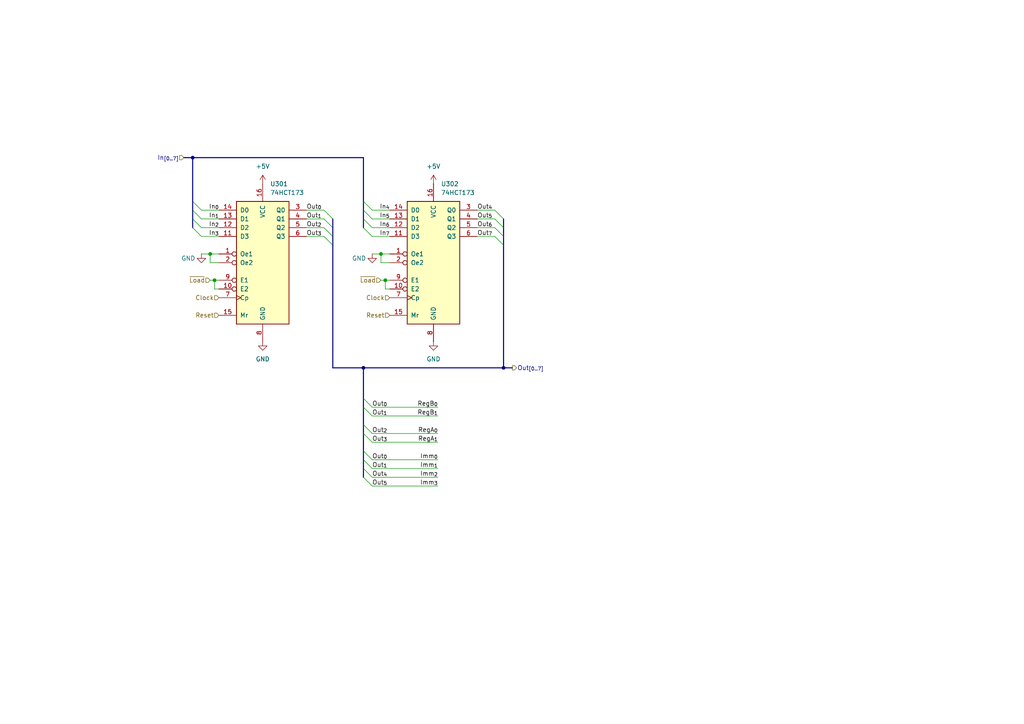
<source format=kicad_sch>
(kicad_sch (version 20250114) (generator "eeschema") (generator_version "9.0")
  (paper "A4")
  (lib_symbols
    (symbol "74xx:74HCT173" (pin_names (offset 1.016))
      (property "Reference" "U" (at -7.62 19.05 0))
      (property "Value" "74HCT173" (at -7.62 -19.05 0))
      (symbol "74HCT173_1_0"
        (pin input line (at -12.7 15.24 0) (length 5.08) (name "D0") (number "14"))
        (pin input line (at -12.7 12.7 0) (length 5.08) (name "D1") (number "13"))
        (pin input line (at -12.7 10.16 0) (length 5.08) (name "D2") (number "12"))
        (pin input line (at -12.7 7.62 0) (length 5.08) (name "D3") (number "11"))
        (pin input inverted (at -12.7 2.54 0) (length 5.08) (name "Oe1") (number "1"))
        (pin input inverted (at -12.7 0 0) (length 5.08) (name "Oe2") (number "2"))
        (pin input inverted (at -12.7 -5.08 0) (length 5.08) (name "E1") (number "9"))
        (pin input inverted (at -12.7 -7.62 0) (length 5.08) (name "E2") (number "10"))
        (pin input clock (at -12.7 -10.16 0) (length 5.08) (name "Cp") (number "7"))
        (pin input line (at -12.7 -15.24 0) (length 5.08) (name "Mr") (number "15"))
        (pin power_in line (at 0 22.86 270) (length 5.08) (name "VCC") (number "16"))
        (pin power_in line (at 0 -22.86 90) (length 5.08) (name "GND") (number "8"))
        (pin tri_state line (at 12.7 15.24 180) (length 5.08) (name "Q0") (number "3"))
        (pin tri_state line (at 12.7 12.7 180) (length 5.08) (name "Q1") (number "4"))
        (pin tri_state line (at 12.7 10.16 180) (length 5.08) (name "Q2") (number "5"))
        (pin tri_state line (at 12.7 7.62 180) (length 5.08) (name "Q3") (number "6"))
      )
      (symbol "74HCT173_1_1"
        (rectangle (start -7.62 17.78) (end 7.62 -17.78) (stroke (width 0.254)) (fill (type background)))
      )
    )
    (symbol "power:+5V" (power) (pin_numbers (hide yes)) (pin_names (offset 0) (hide yes))
      (property "Value" "+5V" (at 0 3.556 0))
      (symbol "+5V_0_1"
        (polyline (pts (xy -0.762 1.27) (xy 0 2.54)))
        (polyline (pts (xy 0 2.54) (xy 0.762 1.27)))
        (polyline (pts (xy 0 0) (xy 0 2.54)))
      )
      (symbol "+5V_1_1"
        (pin power_in line (at 0 0 90) (length 0) (name "~") (number "1"))
      )
    )
    (symbol "power:GND" (power) (pin_numbers (hide yes)) (pin_names (offset 0) (hide yes))
      (property "Value" "GND" (at 0 -3.81 0))
      (symbol "GND_0_1"
        (polyline (pts (xy 0 0) (xy 0 -1.27) (xy 1.27 -1.27) (xy 0 -2.54) (xy -1.27 -1.27) (xy 0 -1.27)))
      )
      (symbol "GND_1_1"
        (pin power_in line (at 0 0 270) (length 0) (name "~") (number "1"))
      )
    )
  )
  (junction (at 110.49 73.66))
  (junction (at 146.05 106.68))
  (junction (at 111.76 81.28))
  (junction (at 62.23 81.28))
  (junction (at 55.88 45.72))
  (junction (at 60.96 73.66))
  (junction (at 105.41 106.68))
  (bus_entry (at 143.51 68.58) (size 2.54 2.54))
  (bus_entry (at 143.51 63.5) (size 2.54 2.54))
  (bus_entry (at 93.98 63.5) (size 2.54 2.54))
  (bus_entry (at 58.42 66.04) (size -2.54 -2.54))
  (bus_entry (at 107.95 63.5) (size -2.54 -2.54))
  (bus_entry (at 93.98 60.96) (size 2.54 2.54))
  (bus_entry (at 105.41 138.43) (size 2.54 2.54))
  (bus_entry (at 58.42 60.96) (size -2.54 -2.54))
  (bus_entry (at 105.41 125.73) (size 2.54 2.54))
  (bus_entry (at 143.51 60.96) (size 2.54 2.54))
  (bus_entry (at 105.41 123.19) (size 2.54 2.54))
  (bus_entry (at 58.42 68.58) (size -2.54 -2.54))
  (bus_entry (at 143.51 66.04) (size 2.54 2.54))
  (bus_entry (at 107.95 60.96) (size -2.54 -2.54))
  (bus_entry (at 107.95 68.58) (size -2.54 -2.54))
  (bus_entry (at 105.41 130.81) (size 2.54 2.54))
  (bus_entry (at 93.98 66.04) (size 2.54 2.54))
  (bus_entry (at 58.42 63.5) (size -2.54 -2.54))
  (bus_entry (at 107.95 66.04) (size -2.54 -2.54))
  (bus_entry (at 105.41 133.35) (size 2.54 2.54))
  (bus_entry (at 93.98 68.58) (size 2.54 2.54))
  (bus_entry (at 105.41 115.57) (size 2.54 2.54))
  (bus_entry (at 105.41 118.11) (size 2.54 2.54))
  (bus_entry (at 105.41 135.89) (size 2.54 2.54))
  (wire (pts (xy 107.95 128.27) (xy 127 128.27)))
  (wire (pts (xy 138.43 66.04) (xy 143.51 66.04)))
  (bus (pts (xy 146.05 66.04) (xy 146.05 68.58)))
  (bus (pts (xy 55.88 60.96) (xy 55.88 58.42)))
  (bus (pts (xy 96.52 66.04) (xy 96.52 68.58)))
  (wire (pts (xy 110.49 81.28) (xy 111.76 81.28)))
  (wire (pts (xy 60.96 76.2) (xy 60.96 73.66)))
  (wire (pts (xy 58.42 60.96) (xy 63.5 60.96)))
  (wire (pts (xy 88.9 60.96) (xy 93.98 60.96)))
  (wire (pts (xy 58.42 63.5) (xy 63.5 63.5)))
  (wire (pts (xy 107.95 73.66) (xy 110.49 73.66)))
  (wire (pts (xy 107.95 120.65) (xy 127 120.65)))
  (bus (pts (xy 96.52 106.68) (xy 96.52 71.12)))
  (wire (pts (xy 107.95 140.97) (xy 127 140.97)))
  (wire (pts (xy 107.95 138.43) (xy 127 138.43)))
  (wire (pts (xy 107.95 68.58) (xy 113.03 68.58)))
  (wire (pts (xy 107.95 118.11) (xy 127 118.11)))
  (bus (pts (xy 105.41 118.11) (xy 105.41 123.19)))
  (bus (pts (xy 105.41 63.5) (xy 105.41 66.04)))
  (bus (pts (xy 55.88 58.42) (xy 55.88 45.72)))
  (wire (pts (xy 58.42 66.04) (xy 63.5 66.04)))
  (bus (pts (xy 146.05 71.12) (xy 146.05 106.68)))
  (bus (pts (xy 55.88 45.72) (xy 105.41 45.72)))
  (bus (pts (xy 96.52 63.5) (xy 96.52 66.04)))
  (bus (pts (xy 96.52 106.68) (xy 105.41 106.68)))
  (wire (pts (xy 63.5 83.82) (xy 62.23 83.82)))
  (wire (pts (xy 107.95 133.35) (xy 127 133.35)))
  (wire (pts (xy 113.03 83.82) (xy 111.76 83.82)))
  (bus (pts (xy 105.41 106.68) (xy 105.41 115.57)))
  (wire (pts (xy 107.95 60.96) (xy 113.03 60.96)))
  (wire (pts (xy 63.5 76.2) (xy 60.96 76.2)))
  (wire (pts (xy 113.03 76.2) (xy 110.49 76.2)))
  (bus (pts (xy 146.05 63.5) (xy 146.05 66.04)))
  (wire (pts (xy 138.43 60.96) (xy 143.51 60.96)))
  (bus (pts (xy 105.41 123.19) (xy 105.41 125.73)))
  (wire (pts (xy 107.95 135.89) (xy 127 135.89)))
  (wire (pts (xy 107.95 125.73) (xy 127 125.73)))
  (wire (pts (xy 60.96 73.66) (xy 63.5 73.66)))
  (wire (pts (xy 110.49 73.66) (xy 113.03 73.66)))
  (bus (pts (xy 105.41 106.68) (xy 146.05 106.68)))
  (bus (pts (xy 105.41 135.89) (xy 105.41 138.43)))
  (wire (pts (xy 107.95 63.5) (xy 113.03 63.5)))
  (wire (pts (xy 62.23 81.28) (xy 62.23 83.82)))
  (wire (pts (xy 110.49 76.2) (xy 110.49 73.66)))
  (bus (pts (xy 105.41 58.42) (xy 105.41 60.96)))
  (wire (pts (xy 58.42 73.66) (xy 60.96 73.66)))
  (wire (pts (xy 111.76 81.28) (xy 113.03 81.28)))
  (wire (pts (xy 88.9 68.58) (xy 93.98 68.58)))
  (bus (pts (xy 105.41 60.96) (xy 105.41 63.5)))
  (bus (pts (xy 105.41 45.72) (xy 105.41 58.42)))
  (wire (pts (xy 88.9 63.5) (xy 93.98 63.5)))
  (wire (pts (xy 60.96 81.28) (xy 62.23 81.28)))
  (wire (pts (xy 107.95 66.04) (xy 113.03 66.04)))
  (bus (pts (xy 105.41 133.35) (xy 105.41 135.89)))
  (wire (pts (xy 58.42 68.58) (xy 63.5 68.58)))
  (bus (pts (xy 146.05 68.58) (xy 146.05 71.12)))
  (bus (pts (xy 55.88 66.04) (xy 55.88 63.5)))
  (wire (pts (xy 62.23 81.28) (xy 63.5 81.28)))
  (wire (pts (xy 111.76 83.82) (xy 111.76 81.28)))
  (wire (pts (xy 138.43 68.58) (xy 143.51 68.58)))
  (bus (pts (xy 53.34 45.72) (xy 55.88 45.72)))
  (bus (pts (xy 105.41 125.73) (xy 105.41 130.81)))
  (wire (pts (xy 138.43 63.5) (xy 143.51 63.5)))
  (bus (pts (xy 105.41 115.57) (xy 105.41 118.11)))
  (bus (pts (xy 105.41 130.81) (xy 105.41 133.35)))
  (wire (pts (xy 88.9 66.04) (xy 93.98 66.04)))
  (bus (pts (xy 96.52 68.58) (xy 96.52 71.12)))
  (bus (pts (xy 55.88 63.5) (xy 55.88 60.96)))
  (bus (pts (xy 146.05 106.68) (xy 148.59 106.68)))
  (label "Out_{5}" (at 107.95 140.97 0))
  (label "Out_{7}" (at 138.43 68.58 0))
  (label "In_{6}" (at 113.03 66.04 180))
  (label "Out_{2}" (at 107.95 125.73 0))
  (label "RegB_{1}" (at 127 120.65 180))
  (label "Imm_{1}" (at 127 135.89 180))
  (label "Imm_{0}" (at 127 133.35 180))
  (label "In_{1}" (at 63.5 63.5 180))
  (label "RegB_{0}" (at 127 118.11 180))
  (label "In_{2}" (at 63.5 66.04 180))
  (label "Out_{5}" (at 138.43 63.5 0))
  (label "Imm_{3}" (at 127 140.97 180))
  (label "Out_{1}" (at 88.9 63.5 0))
  (label "In_{5}" (at 113.03 63.5 180))
  (label "In_{0}" (at 63.5 60.96 180))
  (label "RegA_{0}" (at 127 125.73 180))
  (label "Out_{6}" (at 138.43 66.04 0))
  (label "Out_{4}" (at 138.43 60.96 0))
  (label "Imm_{2}" (at 127 138.43 180))
  (label "In_{4}" (at 113.03 60.96 180))
  (label "Out_{1}" (at 107.95 120.65 0))
  (label "In_{3}" (at 63.5 68.58 180))
  (label "Out_{0}" (at 88.9 60.96 0))
  (label "Out_{0}" (at 107.95 133.35 0))
  (label "Out_{3}" (at 107.95 128.27 0))
  (label "Out_{0}" (at 107.95 118.11 0))
  (label "Out_{4}" (at 107.95 138.43 0))
  (label "Out_{1}" (at 107.95 135.89 0))
  (label "Out_{2}" (at 88.9 66.04 0))
  (label "Out_{3}" (at 88.9 68.58 0))
  (label "In_{7}" (at 113.03 68.58 180))
  (label "RegA_{1}" (at 127 128.27 180))
  (hierarchical_label "Clock" (shape input) (at 63.5 86.36 180))
  (hierarchical_label "Out_{[0..7]}" (shape output) (at 148.59 106.68 0))
  (hierarchical_label "~{Load}" (shape input) (at 110.49 81.28 180))
  (hierarchical_label "In_{[0..7]}" (shape input) (at 53.34 45.72 180))
  (hierarchical_label "Reset" (shape input) (at 63.5 91.44 180))
  (hierarchical_label "~{Load}" (shape input) (at 60.96 81.28 180))
  (hierarchical_label "Reset" (shape input) (at 113.03 91.44 180))
  (hierarchical_label "Clock" (shape input) (at 113.03 86.36 180))
  (symbol (lib_id "74xx:74HCT173") (at 76.2 76.2 0) (unit 1)
    (property "Reference" "U301" (at 78.3433 53.34 0) (effects (justify left)))
    (property "Value" "74HCT173" (at 78.3433 55.88 0) (effects (justify left)))
    (property "Datasheet" "https://www.ti.com/lit/ds/symlink/cd74hc173.pdf" (effects (hide yes)))
    (property "Description" "4-bit D-type Register, 3 state out" (effects (hide yes)))
  )
  (symbol (lib_id "power:+5V") (at 76.2 53.34 0) (unit 1)
    (property "Reference" "#PWR0301" (effects (hide yes)))
    (property "Value" "+5V" (at 76.2 48.26 0))
    (property "Description" "Power symbol creates a global label with name \"+5V\"" (effects (hide yes)))
  )
  (symbol (lib_id "power:GND") (at 107.95 73.66 0) (unit 1)
    (property "Reference" "#PWR0304" (effects (hide yes)))
    (property "Value" "GND" (at 104.14 74.93 0))
    (property "Description" "Power symbol creates a global label with name \"GND\" , ground" (effects (hide yes)))
  )
  (symbol (lib_id "power:+5V") (at 125.73 53.34 0) (unit 1)
    (property "Reference" "#PWR0302" (effects (hide yes)))
    (property "Value" "+5V" (at 125.73 48.26 0))
    (property "Description" "Power symbol creates a global label with name \"+5V\"" (effects (hide yes)))
  )
  (symbol (lib_id "power:GND") (at 76.2 99.06 0) (unit 1)
    (property "Reference" "#PWR0305" (effects (hide yes)))
    (property "Value" "GND" (at 76.2 104.14 0))
    (property "Description" "Power symbol creates a global label with name \"GND\" , ground" (effects (hide yes)))
  )
  (symbol (lib_id "74xx:74HCT173") (at 125.73 76.2 0) (unit 1)
    (property "Reference" "U302" (at 127.8733 53.34 0) (effects (justify left)))
    (property "Value" "74HCT173" (at 127.8733 55.88 0) (effects (justify left)))
    (property "Datasheet" "https://www.ti.com/lit/ds/symlink/cd74hc173.pdf" (effects (hide yes)))
    (property "Description" "4-bit D-type Register, 3 state out" (effects (hide yes)))
  )
  (symbol (lib_id "power:GND") (at 125.73 99.06 0) (unit 1)
    (property "Reference" "#PWR0306" (effects (hide yes)))
    (property "Value" "GND" (at 125.73 104.14 0))
    (property "Description" "Power symbol creates a global label with name \"GND\" , ground" (effects (hide yes)))
  )
  (symbol (lib_id "power:GND") (at 58.42 73.66 0) (unit 1)
    (property "Reference" "#PWR0303" (effects (hide yes)))
    (property "Value" "GND" (at 54.61 74.93 0))
    (property "Description" "Power symbol creates a global label with name \"GND\" , ground" (effects (hide yes)))
  )
)
</source>
